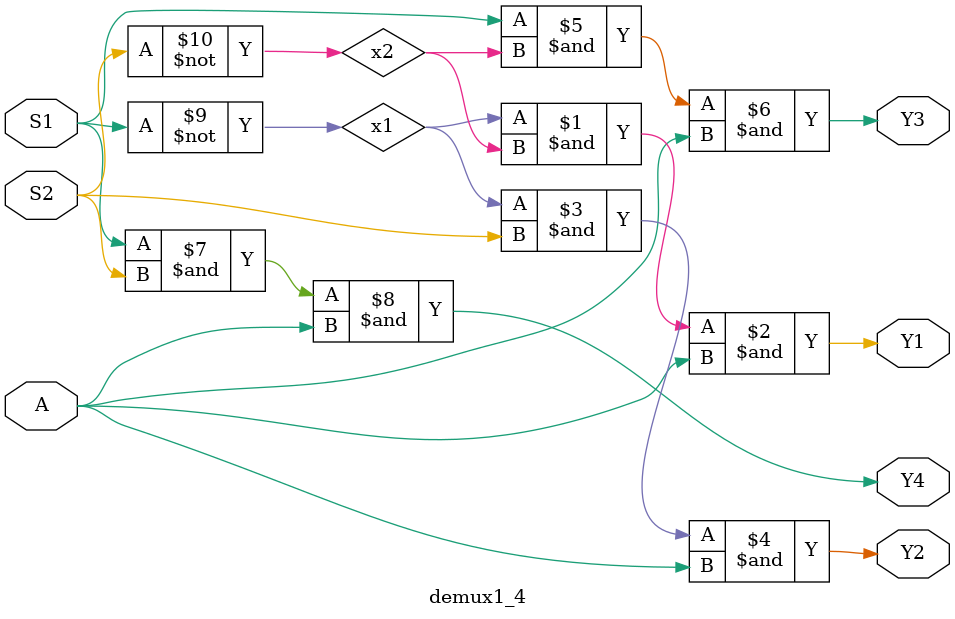
<source format=v>
module demux1_4(A,S1,S2,Y1,Y2,Y3,Y4);
input A,S1,S2;
output Y1,Y2,Y3,Y4;
wire x1,x2;
not n1(x1,S1);
not n2(x2,S2);
and a1(Y1,x1,x2,A);
and a2(Y2,x1,S2,A);
and a3(Y3,S1,x2,A);
and a4(Y4,S1,S2,A);
endmodule


</source>
